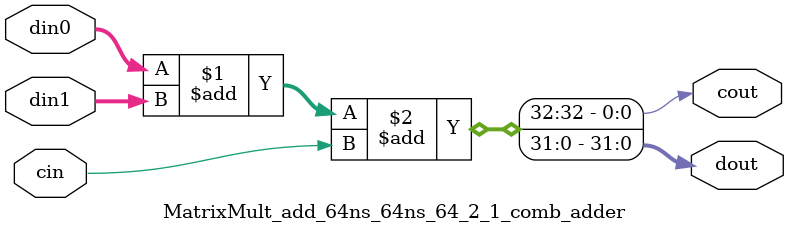
<source format=v>
`timescale 1 ns / 1 ps

module MatrixMult_add_64ns_64ns_64_2_1(clk, reset, ce, din0, din1, dout);
parameter ID         = 1;              // core ID, unused in RTL
parameter NUM_STAGE  = 2;
parameter din0_WIDTH = 64;   // data bitwidth
parameter din1_WIDTH = 64;   // 
parameter dout_WIDTH = 64;   // output bitwidth

// ---- input/output ports list here ----
input   clk;
input   reset;
input   ce;
input  [din0_WIDTH - 1 : 0] din0;
input  [din1_WIDTH - 1 : 0] din1;

output [dout_WIDTH - 1 : 0] dout;

// wire for the primary inputs
wire [64 - 1 : 0] ain_s0 = din0;
wire [64 - 1 : 0] bin_s0 = din1;

// This AddSub module have totally 2 stages. For each stage the adder's width are:
// [32,32]

// Stage 1 logic
wire [32 - 1 : 0]    fas_s1;
wire                 facout_s1;
reg  [32 - 1 : 0]    ain_s1;
reg  [32 - 1 : 0]    bin_s1;
reg  [32 - 1 : 0]    sum_s1;
reg                  carry_s1;
MatrixMult_add_64ns_64ns_64_2_1_comb_adder #(
    .N    ( 32 )
) u1 (
    .din0    ( ain_s0[32 - 1 : 0] ),
    .din1    ( bin_s0[32 - 1 : 0] ),
    .cin  ( 1'b0 ),
    .dout    ( fas_s1 ),
    .cout ( facout_s1 )
);

always @ (posedge clk) begin
    if (ce) begin
        sum_s1   <= fas_s1;
        carry_s1 <= facout_s1;
    end
end

always @ (posedge clk) begin
    if (ce) begin
        ain_s1 <= ain_s0[64 - 1 : 32];
    end
end

always @ (posedge clk) begin
    if (ce) begin
        bin_s1 <= bin_s0[64 - 1 : 32];
    end
end

// Stage 2 logic
wire [32 - 1 : 0]    fas_s2;
wire                 facout_s2;
MatrixMult_add_64ns_64ns_64_2_1_comb_adder #(
    .N    ( 32 )
) u2 (
    .din0    ( ain_s1[32 - 1 : 0] ),
    .din1    ( bin_s1[32 - 1 : 0] ),
    .cin  ( carry_s1 ),
    .dout    ( fas_s2 ),
    .cout ( facout_s2 )
);

assign dout = {fas_s2, sum_s1 };
endmodule

// small adder
module MatrixMult_add_64ns_64ns_64_2_1_comb_adder 
#(parameter
    N = 32
)(
    input  [N-1 : 0]    din0,
    input  [N-1 : 0]    din1,
    input  wire         cin,
    output [N-1 : 0]    dout,
    output wire         cout
);
assign {cout, dout} = din0 + din1 + cin;
endmodule

</source>
